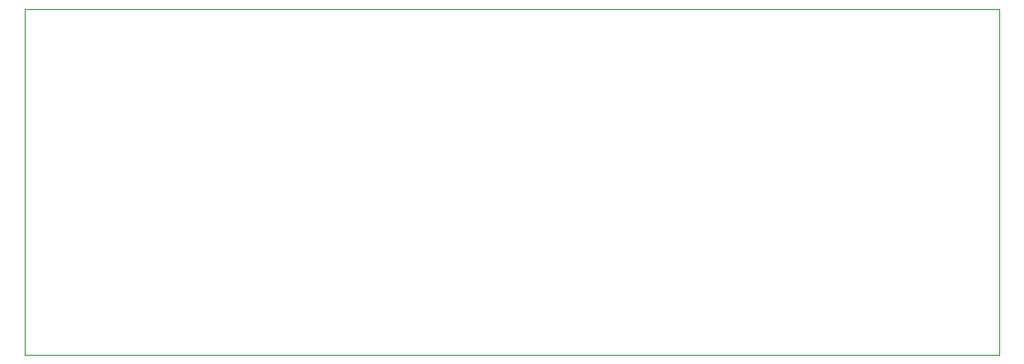
<source format=gbr>
%TF.GenerationSoftware,KiCad,Pcbnew,6.0.2+dfsg-1*%
%TF.CreationDate,2023-05-28T23:34:27+02:00*%
%TF.ProjectId,weather_station,77656174-6865-4725-9f73-746174696f6e,rev?*%
%TF.SameCoordinates,Original*%
%TF.FileFunction,Legend,Bot*%
%TF.FilePolarity,Positive*%
%FSLAX46Y46*%
G04 Gerber Fmt 4.6, Leading zero omitted, Abs format (unit mm)*
G04 Created by KiCad (PCBNEW 6.0.2+dfsg-1) date 2023-05-28 23:34:27*
%MOMM*%
%LPD*%
G01*
G04 APERTURE LIST*
%TA.AperFunction,Profile*%
%ADD10C,0.100000*%
%TD*%
G04 APERTURE END LIST*
D10*
X66600000Y-53600000D02*
X156600000Y-53600000D01*
X156600000Y-53600000D02*
X156600000Y-85600000D01*
X156600000Y-85600000D02*
X66600000Y-85600000D01*
X66600000Y-85600000D02*
X66600000Y-53600000D01*
M02*

</source>
